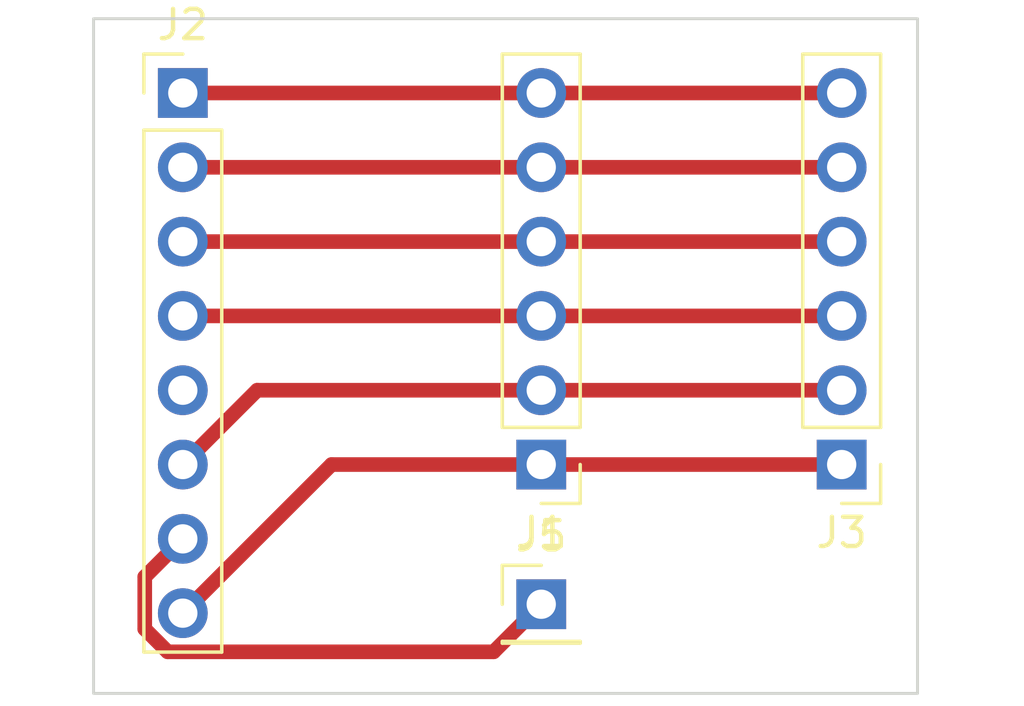
<source format=kicad_pcb>
(kicad_pcb (version 20221018) (generator pcbnew)
  (layers (0 "F.Cu" signal) (31 "B.Cu" signal) (34 "B.Paste" user) (35 "F.Paste" user) (36 "B.SilkS" user "B.Silkscreen") (37 "F.SilkS" user "F.Silkscreen") (38 "B.Mask" user) (39 "F.Mask" user) (44 "Edge.Cuts" user))
  (net 0 "")
  (net 1 "Net-(J1-Pin_1)")
  (net 2 "Net-(J1-Pin_2)")
  (net 3 "Net-(J1-Pin_3)")
  (net 4 "Net-(J1-Pin_4)")
  (net 5 "Net-(J1-Pin_5)")
  (net 6 "Net-(J1-Pin_6)")
  (net 8 "Net-(J2-Pin_7)")
  (footprint "Connector_PinHeader_2.54mm:PinHeader_1x08_P2.54mm_Vertical" (layer "F.Cu") (at 148.7424 79.756)
    (fp_text reference "J2" (at 0 -2.33) (layer "F.SilkS"))
    (fp_text value "Conn_01x08_Pin")
    (fp_line (start -1.33 -1.33) (end 0 -1.33) (stroke (width 0.12)) (layer "F.SilkS"))
    (fp_line (start -1.33 0) (end -1.33 -1.33) (stroke (width 0.12)) (layer "F.SilkS"))
    (fp_line (start -1.33 1.27) (end -1.33 19.11) (stroke (width 0.12)) (layer "F.SilkS"))
    (fp_line (start -1.33 1.27) (end 1.33 1.27) (stroke (width 0.12)) (layer "F.SilkS"))
    (fp_line (start -1.33 19.11) (end 1.33 19.11) (stroke (width 0.12)) (layer "F.SilkS"))
    (fp_line (start 1.33 1.27) (end 1.33 19.11) (stroke (width 0.12)) (layer "F.SilkS"))
    (pad "1" thru_hole rect (at 0 0) (size 1.7 1.7) (drill 1) (layers "*.Cu" "*.Mask") (net 6 "Net-(J1-Pin_6)"))
    (pad "2" thru_hole oval (at 0 2.54) (size 1.7 1.7) (drill 1) (layers "*.Cu" "*.Mask") (net 5 "Net-(J1-Pin_5)"))
    (pad "3" thru_hole oval (at 0 5.08) (size 1.7 1.7) (drill 1) (layers "*.Cu" "*.Mask") (net 4 "Net-(J1-Pin_4)"))
    (pad "4" thru_hole oval (at 0 7.62) (size 1.7 1.7) (drill 1) (layers "*.Cu" "*.Mask") (net 3 "Net-(J1-Pin_3)"))
    (pad "5" thru_hole oval (at 0 10.16) (size 1.7 1.7) (drill 1) (layers "*.Cu" "*.Mask"))
    (pad "6" thru_hole oval (at 0 12.7) (size 1.7 1.7) (drill 1) (layers "*.Cu" "*.Mask") (net 2 "Net-(J1-Pin_2)"))
    (pad "7" thru_hole oval (at 0 15.24) (size 1.7 1.7) (drill 1) (layers "*.Cu" "*.Mask") (net 8 "Net-(J2-Pin_7)"))
    (pad "8" thru_hole oval (at 0 17.78) (size 1.7 1.7) (drill 1) (layers "*.Cu" "*.Mask") (net 1 "Net-(J1-Pin_1)"))
  )
  (footprint "Connector_PinHeader_2.54mm:PinHeader_1x01_P2.54mm_Vertical" (layer "F.Cu") (at 160.9852 97.2312)
    (fp_text reference "J5" (at 0 -2.33) (layer "F.SilkS"))
    (fp_text value "Conn_01x01_Pin")
    (fp_line (start -1.33 -1.33) (end 0 -1.33) (stroke (width 0.12)) (layer "F.SilkS"))
    (fp_line (start -1.33 0) (end -1.33 -1.33) (stroke (width 0.12)) (layer "F.SilkS"))
    (fp_line (start -1.33 1.27) (end -1.33 1.33) (stroke (width 0.12)) (layer "F.SilkS"))
    (fp_line (start -1.33 1.27) (end 1.33 1.27) (stroke (width 0.12)) (layer "F.SilkS"))
    (fp_line (start -1.33 1.33) (end 1.33 1.33) (stroke (width 0.12)) (layer "F.SilkS"))
    (fp_line (start 1.33 1.27) (end 1.33 1.33) (stroke (width 0.12)) (layer "F.SilkS"))
    (pad "1" thru_hole rect (at 0 0) (size 1.7 1.7) (drill 1) (layers "*.Cu" "*.Mask") (net 8 "Net-(J2-Pin_7)"))
  )
  (footprint "Connector_PinHeader_2.54mm:PinHeader_1x06_P2.54mm_Vertical" (layer "F.Cu") (at 171.2468 92.456 180)
    (fp_text reference "J3" (at 0 -2.33) (layer "F.SilkS"))
    (fp_text value "Conn_01x06_Pin")
    (fp_line (start -1.33 -1.33) (end 0 -1.33) (stroke (width 0.12)) (layer "F.SilkS"))
    (fp_line (start -1.33 0) (end -1.33 -1.33) (stroke (width 0.12)) (layer "F.SilkS"))
    (fp_line (start -1.33 1.27) (end -1.33 14.03) (stroke (width 0.12)) (layer "F.SilkS"))
    (fp_line (start -1.33 1.27) (end 1.33 1.27) (stroke (width 0.12)) (layer "F.SilkS"))
    (fp_line (start -1.33 14.03) (end 1.33 14.03) (stroke (width 0.12)) (layer "F.SilkS"))
    (fp_line (start 1.33 1.27) (end 1.33 14.03) (stroke (width 0.12)) (layer "F.SilkS"))
    (pad "1" thru_hole rect (at 0 0 180) (size 1.7 1.7) (drill 1) (layers "*.Cu" "*.Mask") (net 1 "Net-(J1-Pin_1)"))
    (pad "2" thru_hole oval (at 0 2.54 180) (size 1.7 1.7) (drill 1) (layers "*.Cu" "*.Mask") (net 2 "Net-(J1-Pin_2)"))
    (pad "3" thru_hole oval (at 0 5.08 180) (size 1.7 1.7) (drill 1) (layers "*.Cu" "*.Mask") (net 3 "Net-(J1-Pin_3)"))
    (pad "4" thru_hole oval (at 0 7.62 180) (size 1.7 1.7) (drill 1) (layers "*.Cu" "*.Mask") (net 4 "Net-(J1-Pin_4)"))
    (pad "5" thru_hole oval (at 0 10.16 180) (size 1.7 1.7) (drill 1) (layers "*.Cu" "*.Mask") (net 5 "Net-(J1-Pin_5)"))
    (pad "6" thru_hole oval (at 0 12.7 180) (size 1.7 1.7) (drill 1) (layers "*.Cu" "*.Mask") (net 6 "Net-(J1-Pin_6)"))
  )
  (footprint "Connector_PinHeader_2.54mm:PinHeader_1x06_P2.54mm_Vertical" (layer "F.Cu") (at 160.9852 92.456 180)
    (fp_text reference "J1" (at 0 -2.33) (layer "F.SilkS"))
    (fp_text value "Conn_01x06_Pin")
    (fp_line (start -1.33 -1.33) (end 0 -1.33) (stroke (width 0.12)) (layer "F.SilkS"))
    (fp_line (start -1.33 0) (end -1.33 -1.33) (stroke (width 0.12)) (layer "F.SilkS"))
    (fp_line (start -1.33 1.27) (end -1.33 14.03) (stroke (width 0.12)) (layer "F.SilkS"))
    (fp_line (start -1.33 1.27) (end 1.33 1.27) (stroke (width 0.12)) (layer "F.SilkS"))
    (fp_line (start -1.33 14.03) (end 1.33 14.03) (stroke (width 0.12)) (layer "F.SilkS"))
    (fp_line (start 1.33 1.27) (end 1.33 14.03) (stroke (width 0.12)) (layer "F.SilkS"))
    (pad "1" thru_hole rect (at 0 0 180) (size 1.7 1.7) (drill 1) (layers "*.Cu" "*.Mask") (net 1 "Net-(J1-Pin_1)"))
    (pad "2" thru_hole oval (at 0 2.54 180) (size 1.7 1.7) (drill 1) (layers "*.Cu" "*.Mask") (net 2 "Net-(J1-Pin_2)"))
    (pad "3" thru_hole oval (at 0 5.08 180) (size 1.7 1.7) (drill 1) (layers "*.Cu" "*.Mask") (net 3 "Net-(J1-Pin_3)"))
    (pad "4" thru_hole oval (at 0 7.62 180) (size 1.7 1.7) (drill 1) (layers "*.Cu" "*.Mask") (net 4 "Net-(J1-Pin_4)"))
    (pad "5" thru_hole oval (at 0 10.16 180) (size 1.7 1.7) (drill 1) (layers "*.Cu" "*.Mask") (net 5 "Net-(J1-Pin_5)"))
    (pad "6" thru_hole oval (at 0 12.7 180) (size 1.7 1.7) (drill 1) (layers "*.Cu" "*.Mask") (net 6 "Net-(J1-Pin_6)"))
  )
  (gr_rect (start 145.6944 77.216) (end 173.8376 100.2792) (stroke (width 0.1)) (fill none) (layer "Edge.Cuts"))
  (segment (start 160.9852 92.456) (end 171.2468 92.456) (width 0.5) (layer "F.Cu") (net 1))
  (segment (start 160.9852 92.456) (end 153.8224 92.456) (width 0.5) (layer "F.Cu") (net 1))
  (segment (start 153.8224 92.456) (end 148.7424 97.536) (width 0.5) (layer "F.Cu") (net 1))
  (segment (start 148.7424 92.456) (end 151.2824 89.916) (width 0.5) (layer "F.Cu") (net 2))
  (segment (start 151.2824 89.916) (end 160.9852 89.916) (width 0.5) (layer "F.Cu") (net 2))
  (segment (start 160.9852 89.916) (end 171.2468 89.916) (width 0.5) (layer "F.Cu") (net 2))
  (segment (start 160.9852 87.376) (end 171.2468 87.376) (width 0.5) (layer "F.Cu") (net 3))
  (segment (start 160.9852 87.376) (end 148.7424 87.376) (width 0.5) (layer "F.Cu") (net 3))
  (segment (start 148.7424 84.836) (end 160.9852 84.836) (width 0.5) (layer "F.Cu") (net 4))
  (segment (start 160.9852 84.836) (end 171.2468 84.836) (width 0.5) (layer "F.Cu") (net 4))
  (segment (start 160.9852 82.296) (end 171.2468 82.296) (width 0.5) (layer "F.Cu") (net 5))
  (segment (start 160.9852 82.296) (end 148.7424 82.296) (width 0.5) (layer "F.Cu") (net 5))
  (segment (start 160.9852 79.756) (end 171.2468 79.756) (width 0.5) (layer "F.Cu") (net 6))
  (segment (start 148.7424 79.756) (end 160.9852 79.756) (width 0.5) (layer "F.Cu") (net 6))
  (segment (start 147.4424 98.074478) (end 148.224722 98.8568) (width 0.5) (layer "F.Cu") (net 8))
  (segment (start 159.3596 98.8568) (end 160.9852 97.2312) (width 0.5) (layer "F.Cu") (net 8))
  (segment (start 147.4424 96.296) (end 147.4424 98.074478) (width 0.5) (layer "F.Cu") (net 8))
  (segment (start 148.7424 94.996) (end 147.4424 96.296) (width 0.5) (layer "F.Cu") (net 8))
  (segment (start 148.224722 98.8568) (end 159.3596 98.8568) (width 0.5) (layer "F.Cu") (net 8))
)
</source>
